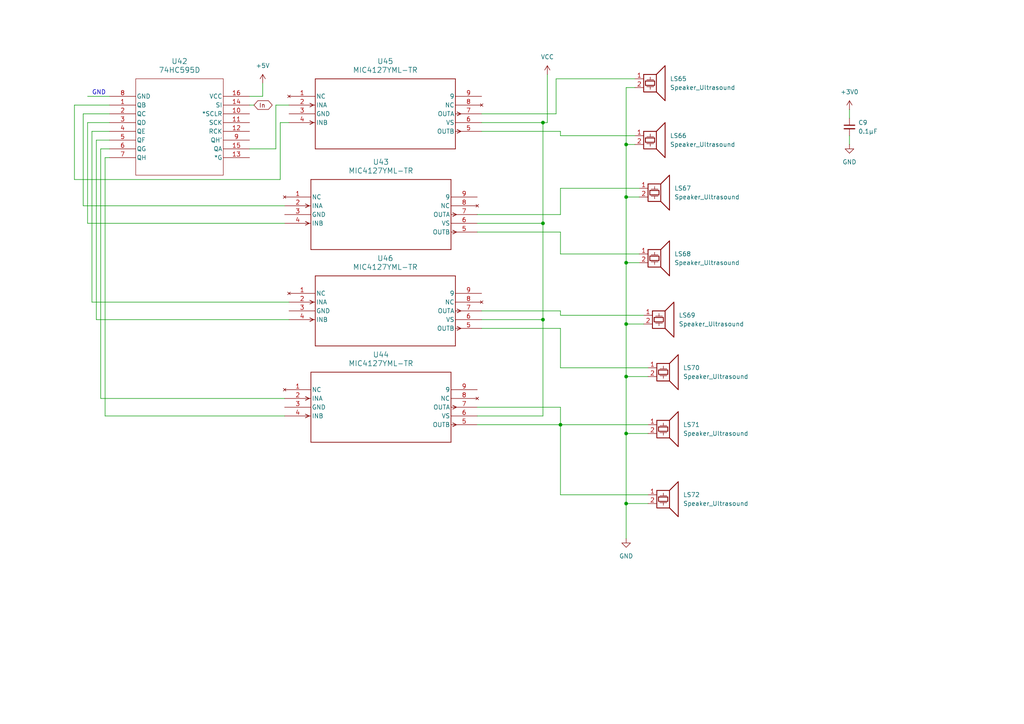
<source format=kicad_sch>
(kicad_sch (version 20250114) (generator "eeschema") (generator_version "9.0")
  (paper "A4")
  (lib_symbols
    (symbol "2025-12-28_09-02-17:MIC4127YML-TR" (pin_names (offset 0.254))
      (property "Reference" "U" (at 27.94 10.16 0))
      (property "Value" "MIC4127YML-TR" (at 27.94 7.62 0))
      (symbol "MIC4127YML-TR_0_1"
        (polyline (pts (xy 7.0993 -2.54) (xy 6.0579 -2.0193)) (stroke (width 0.2032)))
        (polyline (pts (xy 7.0993 -2.54) (xy 6.0579 -3.0607)) (stroke (width 0.2032)))
        (polyline (pts (xy 7.0993 -7.62) (xy 6.0579 -7.0993)) (stroke (width 0.2032)))
        (polyline (pts (xy 7.0993 -7.62) (xy 6.0579 -8.1407)) (stroke (width 0.2032)))
        (polyline (pts (xy 7.62 5.08) (xy 7.62 -15.24)) (stroke (width 0.2032)))
        (polyline (pts (xy 7.62 -15.24) (xy 48.26 -15.24)) (stroke (width 0.2032)))
        (polyline (pts (xy 48.26 5.08) (xy 7.62 5.08)) (stroke (width 0.2032)))
        (polyline (pts (xy 48.26 -15.24) (xy 48.26 5.08)) (stroke (width 0.2032)))
        (polyline (pts (xy 48.7807 -4.5593) (xy 49.8221 -5.08)) (stroke (width 0.2032)))
        (polyline (pts (xy 48.7807 -5.6007) (xy 49.8221 -5.08)) (stroke (width 0.2032)))
        (polyline (pts (xy 48.7807 -9.6393) (xy 49.8221 -10.16)) (stroke (width 0.2032)))
        (polyline (pts (xy 48.7807 -10.6807) (xy 49.8221 -10.16)) (stroke (width 0.2032)))
        (pin no_connect line (at 0 0 0) (length 7.62) (name "NC") (number "1"))
        (pin input line (at 0 -2.54 0) (length 7.62) (name "INA") (number "2"))
        (pin power_in line (at 0 -5.08 0) (length 7.62) (name "GND") (number "3"))
        (pin input line (at 0 -7.62 0) (length 7.62) (name "INB") (number "4"))
        (pin unspecified line (at 55.88 0 180) (length 7.62) (name "9") (number "9"))
        (pin no_connect line (at 55.88 -2.54 180) (length 7.62) (name "NC") (number "8"))
        (pin output line (at 55.88 -5.08 180) (length 7.62) (name "OUTA") (number "7"))
        (pin power_in line (at 55.88 -7.62 180) (length 7.62) (name "VS") (number "6"))
        (pin output line (at 55.88 -10.16 180) (length 7.62) (name "OUTB") (number "5"))
      )
    )
    (symbol "2025-12-28_09-22-42:74HC595D" (pin_names (offset 0.254))
      (property "Reference" "U" (at 20.32 10.16 0))
      (property "Value" "74HC595D" (at 20.32 7.62 0))
      (symbol "74HC595D_0_1"
        (polyline (pts (xy 7.62 5.08) (xy 7.62 -22.86)) (stroke (width 0.127)))
        (polyline (pts (xy 7.62 -22.86) (xy 33.02 -22.86)) (stroke (width 0.127)))
        (polyline (pts (xy 33.02 5.08) (xy 7.62 5.08)) (stroke (width 0.127)))
        (polyline (pts (xy 33.02 -22.86) (xy 33.02 5.08)) (stroke (width 0.127)))
        (pin power_out line (at 0 0 0) (length 7.62) (name "GND") (number "8"))
        (pin output line (at 0 -2.54 0) (length 7.62) (name "QB") (number "1"))
        (pin output line (at 0 -5.08 0) (length 7.62) (name "QC") (number "2"))
        (pin output line (at 0 -7.62 0) (length 7.62) (name "QD") (number "3"))
        (pin output line (at 0 -10.16 0) (length 7.62) (name "QE") (number "4"))
        (pin output line (at 0 -12.7 0) (length 7.62) (name "QF") (number "5"))
        (pin output line (at 0 -15.24 0) (length 7.62) (name "QG") (number "6"))
        (pin output line (at 0 -17.78 0) (length 7.62) (name "QH") (number "7"))
        (pin power_in line (at 40.64 0 180) (length 7.62) (name "VCC") (number "16"))
        (pin input line (at 40.64 -2.54 180) (length 7.62) (name "SI") (number "14"))
        (pin input line (at 40.64 -5.08 180) (length 7.62) (name "*SCLR") (number "10"))
        (pin input line (at 40.64 -7.62 180) (length 7.62) (name "SCK") (number "11"))
        (pin input line (at 40.64 -10.16 180) (length 7.62) (name "RCK") (number "12"))
        (pin output line (at 40.64 -12.7 180) (length 7.62) (name "QH'") (number "9"))
        (pin output line (at 40.64 -15.24 180) (length 7.62) (name "QA") (number "15"))
        (pin input line (at 40.64 -17.78 180) (length 7.62) (name "*G") (number "13"))
      )
    )
    (symbol "Device:C_Small" (pin_numbers (hide yes)) (pin_names (offset 0.254) (hide yes))
      (property "Reference" "C" (at 0.254 1.778 0))
      (property "Value" "C_Small" (at 0.254 -2.032 0))
      (symbol "C_Small_0_1"
        (polyline (pts (xy -1.524 0.508) (xy 1.524 0.508)) (stroke (width 0.3048)))
        (polyline (pts (xy -1.524 -0.508) (xy 1.524 -0.508)) (stroke (width 0.3302)))
      )
      (symbol "C_Small_1_1"
        (pin passive line (at 0 2.54 270) (length 2.032) (name "~") (number "1"))
        (pin passive line (at 0 -2.54 90) (length 2.032) (name "~") (number "2"))
      )
    )
    (symbol "Device:Speaker_Ultrasound" (pin_names (offset 0) (hide yes))
      (property "Reference" "LS" (at 0.635 5.715 0))
      (property "Value" "Speaker_Ultrasound" (at 0.635 3.81 0))
      (symbol "Speaker_Ultrasound_0_0"
        (rectangle (start -2.54 1.27) (end 1.143 -3.81) (stroke (width 0.254)))
        (rectangle (start -2.032 -0.635) (end 0.635 -1.905) (stroke (width 0.254)))
        (polyline (pts (xy -1.651 -0.254) (xy 0.381 -0.254)))
        (polyline (pts (xy -1.651 -2.286) (xy 0.381 -2.286)))
        (polyline (pts (xy -0.635 -0.254) (xy -0.635 0.508)))
        (polyline (pts (xy -0.635 -2.286) (xy -0.635 -3.048)))
        (polyline (pts (xy 1.143 1.27) (xy 3.683 3.81) (xy 3.683 -6.35) (xy 1.143 -3.81)) (stroke (width 0.254)))
      )
      (symbol "Speaker_Ultrasound_1_1"
        (pin input line (at -5.08 0 0) (length 2.54) (name "1") (number "1"))
        (pin input line (at -5.08 -2.54 0) (length 2.54) (name "2") (number "2"))
      )
    )
    (symbol "power:+3V0" (power) (pin_numbers (hide yes)) (pin_names (offset 0) (hide yes))
      (property "Value" "+3V0" (at 0 3.556 0))
      (symbol "+3V0_0_1"
        (polyline (pts (xy -0.762 1.27) (xy 0 2.54)))
        (polyline (pts (xy 0 2.54) (xy 0.762 1.27)))
        (polyline (pts (xy 0 0) (xy 0 2.54)))
      )
      (symbol "+3V0_1_1"
        (pin power_in line (at 0 0 90) (length 0) (name "~") (number "1"))
      )
    )
    (symbol "power:+5V" (power) (pin_numbers (hide yes)) (pin_names (offset 0) (hide yes))
      (property "Value" "+5V" (at 0 3.556 0))
      (symbol "+5V_0_1"
        (polyline (pts (xy -0.762 1.27) (xy 0 2.54)))
        (polyline (pts (xy 0 2.54) (xy 0.762 1.27)))
        (polyline (pts (xy 0 0) (xy 0 2.54)))
      )
      (symbol "+5V_1_1"
        (pin power_in line (at 0 0 90) (length 0) (name "~") (number "1"))
      )
    )
    (symbol "power:GND" (power) (pin_numbers (hide yes)) (pin_names (offset 0) (hide yes))
      (property "Value" "GND" (at 0 -3.81 0))
      (symbol "GND_0_1"
        (polyline (pts (xy 0 0) (xy 0 -1.27) (xy 1.27 -1.27) (xy 0 -2.54) (xy -1.27 -1.27) (xy 0 -1.27)))
      )
      (symbol "GND_1_1"
        (pin power_in line (at 0 0 270) (length 0) (name "~") (number "1"))
      )
    )
    (symbol "power:VCC" (power) (pin_numbers (hide yes)) (pin_names (offset 0) (hide yes))
      (property "Value" "VCC" (at 0 3.556 0))
      (symbol "VCC_0_1"
        (polyline (pts (xy -0.762 1.27) (xy 0 2.54)))
        (polyline (pts (xy 0 2.54) (xy 0.762 1.27)))
        (polyline (pts (xy 0 0) (xy 0 2.54)))
      )
      (symbol "VCC_1_1"
        (pin power_in line (at 0 0 90) (length 0) (name "~") (number "1"))
      )
    )
  )
  (text "GND" (at 28.702 26.924 0) (effects (font (size 1.27 1.27))))
  (junction (at 181.61 146.05))
  (junction (at 181.61 109.22))
  (junction (at 181.61 76.2))
  (junction (at 181.61 93.98))
  (junction (at 181.61 125.73))
  (junction (at 157.48 35.56))
  (junction (at 162.56 123.19))
  (junction (at 157.48 64.77))
  (junction (at 181.61 57.15))
  (junction (at 157.48 92.71))
  (junction (at 181.61 41.91))
  (wire (pts (xy 162.56 67.31) (xy 162.56 73.66)))
  (wire (pts (xy 72.39 43.18) (xy 80.01 43.18)))
  (wire (pts (xy 187.96 146.05) (xy 181.61 146.05)))
  (wire (pts (xy 162.56 123.19) (xy 187.96 123.19)))
  (wire (pts (xy 162.56 143.51) (xy 187.96 143.51)))
  (wire (pts (xy 157.48 64.77) (xy 157.48 92.71)))
  (wire (pts (xy 30.48 45.72) (xy 30.48 120.65)))
  (wire (pts (xy 30.48 120.65) (xy 82.55 120.65)))
  (wire (pts (xy 80.01 30.48) (xy 83.82 30.48)))
  (wire (pts (xy 31.75 33.02) (xy 24.13 33.02)))
  (wire (pts (xy 138.43 123.19) (xy 162.56 123.19)))
  (wire (pts (xy 157.48 35.56) (xy 158.75 35.56)))
  (wire (pts (xy 181.61 41.91) (xy 184.15 41.91)))
  (wire (pts (xy 162.56 62.23) (xy 162.56 54.61)))
  (wire (pts (xy 27.94 92.71) (xy 83.82 92.71)))
  (wire (pts (xy 138.43 62.23) (xy 162.56 62.23)))
  (wire (pts (xy 31.75 30.48) (xy 21.59 30.48)))
  (wire (pts (xy 162.56 123.19) (xy 162.56 143.51)))
  (wire (pts (xy 139.7 33.02) (xy 161.29 33.02)))
  (wire (pts (xy 162.56 95.25) (xy 162.56 106.68)))
  (wire (pts (xy 162.56 90.17) (xy 162.56 91.44)))
  (wire (pts (xy 24.13 33.02) (xy 24.13 59.69)))
  (wire (pts (xy 184.15 25.4) (xy 181.61 25.4)))
  (wire (pts (xy 181.61 93.98) (xy 186.69 93.98)))
  (wire (pts (xy 181.61 109.22) (xy 187.96 109.22)))
  (wire (pts (xy 157.48 35.56) (xy 157.48 64.77)))
  (wire (pts (xy 81.28 35.56) (xy 83.82 35.56)))
  (wire (pts (xy 31.75 35.56) (xy 25.4 35.56)))
  (wire (pts (xy 181.61 57.15) (xy 181.61 76.2)))
  (wire (pts (xy 162.56 73.66) (xy 185.42 73.66)))
  (wire (pts (xy 158.75 21.59) (xy 158.75 35.56)))
  (wire (pts (xy 31.75 45.72) (xy 30.48 45.72)))
  (wire (pts (xy 181.61 109.22) (xy 181.61 125.73)))
  (wire (pts (xy 181.61 76.2) (xy 185.42 76.2)))
  (wire (pts (xy 26.67 87.63) (xy 83.82 87.63)))
  (wire (pts (xy 76.2 24.13) (xy 76.2 27.94)))
  (wire (pts (xy 29.21 115.57) (xy 82.55 115.57)))
  (wire (pts (xy 72.39 27.94) (xy 76.2 27.94)))
  (wire (pts (xy 138.43 64.77) (xy 157.48 64.77)))
  (wire (pts (xy 138.43 67.31) (xy 162.56 67.31)))
  (wire (pts (xy 181.61 125.73) (xy 187.96 125.73)))
  (wire (pts (xy 246.38 39.37) (xy 246.38 41.91)))
  (wire (pts (xy 138.43 120.65) (xy 157.48 120.65)))
  (wire (pts (xy 181.61 93.98) (xy 181.61 109.22)))
  (wire (pts (xy 80.01 43.18) (xy 80.01 30.48)))
  (wire (pts (xy 31.75 38.1) (xy 26.67 38.1)))
  (wire (pts (xy 24.13 59.69) (xy 82.55 59.69)))
  (wire (pts (xy 162.56 39.37) (xy 184.15 39.37)))
  (wire (pts (xy 162.56 118.11) (xy 162.56 123.19)))
  (wire (pts (xy 25.4 27.94) (xy 31.75 27.94)))
  (wire (pts (xy 181.61 57.15) (xy 185.42 57.15)))
  (wire (pts (xy 181.61 25.4) (xy 181.61 41.91)))
  (wire (pts (xy 27.94 40.64) (xy 27.94 92.71)))
  (wire (pts (xy 161.29 33.02) (xy 161.29 22.86)))
  (wire (pts (xy 162.56 54.61) (xy 185.42 54.61)))
  (wire (pts (xy 72.39 30.48) (xy 73.66 30.48)))
  (wire (pts (xy 81.28 52.07) (xy 81.28 35.56)))
  (wire (pts (xy 138.43 118.11) (xy 162.56 118.11)))
  (wire (pts (xy 31.75 40.64) (xy 27.94 40.64)))
  (wire (pts (xy 162.56 106.68) (xy 187.96 106.68)))
  (wire (pts (xy 162.56 38.1) (xy 162.56 39.37)))
  (wire (pts (xy 25.4 64.77) (xy 82.55 64.77)))
  (wire (pts (xy 29.21 43.18) (xy 29.21 115.57)))
  (wire (pts (xy 21.59 52.07) (xy 81.28 52.07)))
  (wire (pts (xy 181.61 41.91) (xy 181.61 57.15)))
  (wire (pts (xy 181.61 125.73) (xy 181.61 146.05)))
  (wire (pts (xy 139.7 35.56) (xy 157.48 35.56)))
  (wire (pts (xy 181.61 76.2) (xy 181.61 93.98)))
  (wire (pts (xy 139.7 95.25) (xy 162.56 95.25)))
  (wire (pts (xy 246.38 31.75) (xy 246.38 34.29)))
  (wire (pts (xy 21.59 30.48) (xy 21.59 52.07)))
  (wire (pts (xy 161.29 22.86) (xy 184.15 22.86)))
  (wire (pts (xy 26.67 38.1) (xy 26.67 87.63)))
  (wire (pts (xy 157.48 92.71) (xy 157.48 120.65)))
  (wire (pts (xy 31.75 43.18) (xy 29.21 43.18)))
  (wire (pts (xy 139.7 90.17) (xy 162.56 90.17)))
  (wire (pts (xy 181.61 146.05) (xy 181.61 156.21)))
  (wire (pts (xy 162.56 91.44) (xy 186.69 91.44)))
  (wire (pts (xy 25.4 35.56) (xy 25.4 64.77)))
  (wire (pts (xy 139.7 38.1) (xy 162.56 38.1)))
  (wire (pts (xy 139.7 92.71) (xy 157.48 92.71)))
  (global_label "In" (shape bidirectional) (at 73.66 30.48 0) (property "Intersheetrefs" "${INTERSHEET_REFS}" (effects (hide yes))))
  (symbol (lib_id "Device:Speaker_Ultrasound") (at 190.5 54.61 0) (unit 1)
    (property "Reference" "LS67" (at 195.58 54.6099 0) (effects (justify left)))
    (property "Value" "Speaker_Ultrasound" (at 195.58 57.1499 0) (effects (justify left)))
    (property "Description" "Ultrasonic transducer" (effects (hide yes)))
  )
  (symbol (lib_id "power:+3V0") (at 246.38 31.75 0) (unit 1)
    (property "Reference" "#PWR044" (effects (hide yes)))
    (property "Value" "+3V0" (at 246.38 26.67 0))
    (property "Description" "Power symbol creates a global label with name \"+3V0\"" (effects (hide yes)))
  )
  (symbol (lib_id "power:+5V") (at 76.2 24.13 0) (unit 1)
    (property "Reference" "#PWR041" (effects (hide yes)))
    (property "Value" "+5V" (at 76.2 19.05 0))
    (property "Description" "Power symbol creates a global label with name \"+5V\"" (effects (hide yes)))
  )
  (symbol (lib_id "Device:Speaker_Ultrasound") (at 191.77 91.44 0) (unit 1)
    (property "Reference" "LS69" (at 196.85 91.4399 0) (effects (justify left)))
    (property "Value" "Speaker_Ultrasound" (at 196.85 93.9799 0) (effects (justify left)))
    (property "Description" "Ultrasonic transducer" (effects (hide yes)))
  )
  (symbol (lib_id "Device:Speaker_Ultrasound") (at 193.04 106.68 0) (unit 1)
    (property "Reference" "LS70" (at 198.12 106.6799 0) (effects (justify left)))
    (property "Value" "Speaker_Ultrasound" (at 198.12 109.2199 0) (effects (justify left)))
    (property "Description" "Ultrasonic transducer" (effects (hide yes)))
  )
  (symbol (lib_id "Device:Speaker_Ultrasound") (at 190.5 73.66 0) (unit 1)
    (property "Reference" "LS68" (at 195.58 73.6599 0) (effects (justify left)))
    (property "Value" "Speaker_Ultrasound" (at 195.58 76.1999 0) (effects (justify left)))
    (property "Description" "Ultrasonic transducer" (effects (hide yes)))
  )
  (symbol (lib_id "Device:Speaker_Ultrasound") (at 193.04 143.51 0) (unit 1)
    (property "Reference" "LS72" (at 198.12 143.5099 0) (effects (justify left)))
    (property "Value" "Speaker_Ultrasound" (at 198.12 146.0499 0) (effects (justify left)))
    (property "Description" "Ultrasonic transducer" (effects (hide yes)))
  )
  (symbol (lib_id "2025-12-28_09-02-17:MIC4127YML-TR") (at 82.55 57.15 0) (unit 1)
    (property "Reference" "U43" (at 110.49 46.99 0) (effects (font (size 1.524 1.524))))
    (property "Value" "MIC4127YML-TR" (at 110.49 49.53 0) (effects (font (size 1.524 1.524))))
    (property "Footprint" "MLF-8_ML_MCH" (effects (hide yes)))
    (property "Datasheet" "MIC4127YML-TR" (effects (hide yes)))
  )
  (symbol (lib_id "Device:Speaker_Ultrasound") (at 189.23 22.86 0) (unit 1)
    (property "Reference" "LS65" (at 194.31 22.8599 0) (effects (justify left)))
    (property "Value" "Speaker_Ultrasound" (at 194.31 25.3999 0) (effects (justify left)))
    (property "Description" "Ultrasonic transducer" (effects (hide yes)))
  )
  (symbol (lib_id "2025-12-28_09-02-17:MIC4127YML-TR") (at 82.55 113.03 0) (unit 1)
    (property "Reference" "U44" (at 110.49 102.87 0) (effects (font (size 1.524 1.524))))
    (property "Value" "MIC4127YML-TR" (at 110.49 105.41 0) (effects (font (size 1.524 1.524))))
    (property "Footprint" "MLF-8_ML_MCH" (effects (hide yes)))
    (property "Datasheet" "MIC4127YML-TR" (effects (hide yes)))
  )
  (symbol (lib_id "power:GND") (at 181.61 156.21 0) (unit 1)
    (property "Reference" "#PWR043" (effects (hide yes)))
    (property "Value" "GND" (at 181.61 161.29 0))
    (property "Description" "Power symbol creates a global label with name \"GND\" , ground" (effects (hide yes)))
  )
  (symbol (lib_id "2025-12-28_09-02-17:MIC4127YML-TR") (at 83.82 27.94 0) (unit 1)
    (property "Reference" "U45" (at 111.76 17.78 0) (effects (font (size 1.524 1.524))))
    (property "Value" "MIC4127YML-TR" (at 111.76 20.32 0) (effects (font (size 1.524 1.524))))
    (property "Footprint" "MLF-8_ML_MCH" (effects (hide yes)))
    (property "Datasheet" "MIC4127YML-TR" (effects (hide yes)))
  )
  (symbol (lib_id "2025-12-28_09-02-17:MIC4127YML-TR") (at 83.82 85.09 0) (unit 1)
    (property "Reference" "U46" (at 111.76 74.93 0) (effects (font (size 1.524 1.524))))
    (property "Value" "MIC4127YML-TR" (at 111.76 77.47 0) (effects (font (size 1.524 1.524))))
    (property "Footprint" "MLF-8_ML_MCH" (effects (hide yes)))
    (property "Datasheet" "MIC4127YML-TR" (effects (hide yes)))
  )
  (symbol (lib_id "power:GND") (at 246.38 41.91 0) (unit 1)
    (property "Reference" "#PWR045" (effects (hide yes)))
    (property "Value" "GND" (at 246.38 46.99 0))
    (property "Description" "Power symbol creates a global label with name \"GND\" , ground" (effects (hide yes)))
  )
  (symbol (lib_id "2025-12-28_09-22-42:74HC595D") (at 31.75 27.94 0) (unit 1)
    (property "Reference" "U42" (at 52.07 17.78 0) (effects (font (size 1.524 1.524))))
    (property "Value" "74HC595D" (at 52.07 20.32 0) (effects (font (size 1.524 1.524))))
    (property "Footprint" "SOIC16_TOS" (effects (hide yes)))
    (property "Datasheet" "https://toshiba.semicon-storage.com/info/docget.jsp?did=36768&prodName=74HC595D" (effects (hide yes)))
  )
  (symbol (lib_id "Device:Speaker_Ultrasound") (at 193.04 123.19 0) (unit 1)
    (property "Reference" "LS71" (at 198.12 123.1899 0) (effects (justify left)))
    (property "Value" "Speaker_Ultrasound" (at 198.12 125.7299 0) (effects (justify left)))
    (property "Description" "Ultrasonic transducer" (effects (hide yes)))
  )
  (symbol (lib_id "Device:Speaker_Ultrasound") (at 189.23 39.37 0) (unit 1)
    (property "Reference" "LS66" (at 194.31 39.3699 0) (effects (justify left)))
    (property "Value" "Speaker_Ultrasound" (at 194.31 41.9099 0) (effects (justify left)))
    (property "Description" "Ultrasonic transducer" (effects (hide yes)))
  )
  (symbol (lib_id "Device:C_Small") (at 246.38 36.83 0) (unit 1)
    (property "Reference" "C9" (at 248.92 35.5662 0) (effects (justify left)))
    (property "Value" "0.1μF" (at 248.92 38.1062 0) (effects (justify left)))
    (property "Description" "Unpolarized capacitor, small symbol" (effects (hide yes)))
  )
  (symbol (lib_id "power:VCC") (at 158.75 21.59 0) (unit 1)
    (property "Reference" "#PWR042" (effects (hide yes)))
    (property "Value" "VCC" (at 158.75 16.51 0))
    (property "Description" "Power symbol creates a global label with name \"VCC\"" (effects (hide yes)))
  )
)
</source>
